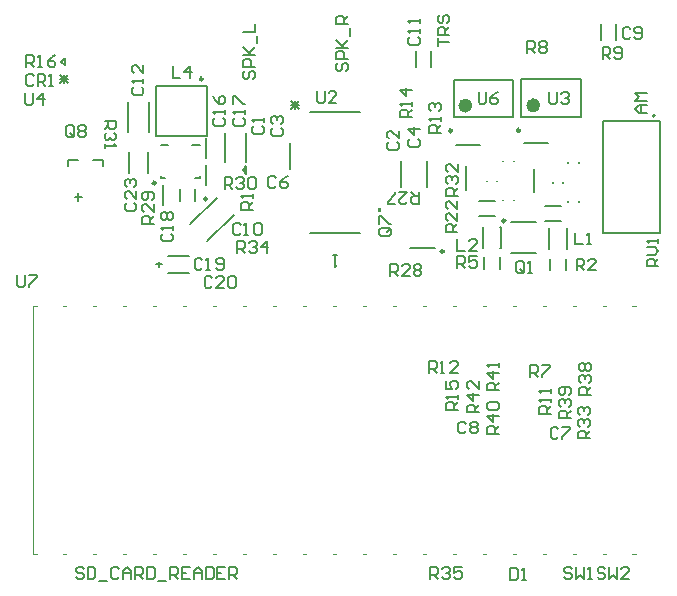
<source format=gbr>
%TF.GenerationSoftware,Altium Limited,Altium Designer,25.7.1 (20)*%
G04 Layer_Color=65535*
%FSLAX45Y45*%
%MOMM*%
%TF.SameCoordinates,3376FABF-9249-4748-A69B-BDD9C5401F70*%
%TF.FilePolarity,Positive*%
%TF.FileFunction,Legend,Top*%
%TF.Part,Single*%
G01*
G75*
%TA.AperFunction,NonConductor*%
%ADD72C,0.25400*%
%ADD73C,0.20000*%
%ADD74C,0.25000*%
%ADD75C,0.60000*%
%ADD76C,0.12000*%
%ADD77C,0.12700*%
%ADD78C,0.17000*%
%ADD79C,0.15240*%
G36*
X3385760Y3401550D02*
X3411160D01*
Y3363450D01*
X3385760D01*
Y3401550D01*
D02*
G37*
D72*
X1937700Y3475000D02*
G03*
X1937700Y3475000I-12700J0D01*
G01*
D73*
X5730000Y4180000D02*
G03*
X5730000Y4180000I-10000J0D01*
G01*
X2637500Y3730000D02*
Y3950000D01*
X4600499Y4167500D02*
X5100499D01*
X4600499Y4487500D02*
X5100499D01*
X4600499Y4167500D02*
Y4487500D01*
X5100499Y4167500D02*
Y4487500D01*
X4515000Y3282500D02*
X4725000D01*
X4515000Y3017500D02*
X4725000D01*
X1505000Y4005000D02*
X1935000D01*
X1505000D02*
Y4435000D01*
X1935000D01*
Y4005000D02*
Y4435000D01*
X1926376Y3594233D02*
Y3761480D01*
X1545000Y3655000D02*
Y3672500D01*
Y3927500D02*
Y3935000D01*
X1815000D02*
X1875000D01*
X1545000D02*
X1605000D01*
X1875000Y3655000D02*
Y3672500D01*
Y3927500D02*
Y3935000D01*
X1835000Y3655000D02*
X1875000D01*
X1545000D02*
X1585000D01*
X1927500Y3817500D02*
Y3992500D01*
X2270310Y3784690D02*
Y4035310D01*
X2089690Y3784690D02*
Y4035310D01*
X1833500Y3460000D02*
Y3560000D01*
X1706500Y3460000D02*
Y3560000D01*
X1566376Y3426376D02*
Y3593623D01*
X1450310Y4044690D02*
Y4295310D01*
X1269690Y4044690D02*
Y4295310D01*
X1442500Y3697500D02*
Y3872500D01*
X1276900Y3698300D02*
Y3873300D01*
X1605000Y2847500D02*
X1785000D01*
X1605000Y2992500D02*
X1785000D01*
X1505000Y2920000D02*
X1555000D01*
X1530000Y2895000D02*
Y2945000D01*
X4865499Y3610000D02*
Y3615000D01*
X4955499Y3610000D02*
Y3615000D01*
X4126499Y3550223D02*
Y3751436D01*
X4242999Y3326500D02*
X4376999D01*
X4242999Y3453500D02*
X4376999D01*
X4304999Y3622500D02*
Y3627500D01*
X4394999Y3622500D02*
Y3627500D01*
X4534999Y3462500D02*
Y3467500D01*
X4444999Y3462500D02*
Y3467500D01*
X5085499Y3450000D02*
Y3455000D01*
X4995500Y3450000D02*
Y3455000D01*
X4802999Y3286500D02*
X4936999D01*
X4802999Y3413500D02*
X4936999D01*
X4704999Y3529393D02*
Y3730607D01*
X5085499Y3780000D02*
Y3785000D01*
X4995500Y3780000D02*
Y3785000D01*
X4619892Y3952500D02*
X4821106D01*
X4534999Y3792500D02*
Y3797500D01*
X4444999Y3792500D02*
Y3797500D01*
X4047063Y3935000D02*
X4248276D01*
X4832499Y3052500D02*
X4837499D01*
X4982499D02*
X4987499D01*
Y3227500D01*
X4832499D02*
X4837499D01*
X4982499D02*
X4987499D01*
X4832499Y3052500D02*
Y3227500D01*
X4842499Y2870000D02*
Y2970000D01*
X4977499Y2870000D02*
Y2970000D01*
X4282499Y2880000D02*
Y2980000D01*
X4417499Y2880000D02*
Y2980000D01*
X4272499Y3062500D02*
X4277499D01*
X4422499D02*
X4427499D01*
Y3237500D01*
X4272499D02*
X4277499D01*
X4422499D02*
X4427499D01*
X4272499Y3062500D02*
Y3237500D01*
X3655092Y3057500D02*
X3865092D01*
X3798267Y3579467D02*
Y3799467D01*
X3582500Y3580000D02*
Y3800000D01*
X5276499Y4823000D02*
Y4957000D01*
X5403499Y4823000D02*
Y4957000D01*
X4024999Y4165001D02*
X4524999D01*
X4024999Y4485001D02*
X4524999D01*
X4024999Y4165001D02*
Y4485001D01*
X4524999Y4165001D02*
Y4485001D01*
X3833500Y4593000D02*
Y4727000D01*
X3706500Y4593000D02*
Y4727000D01*
X1055000Y3752765D02*
Y3805000D01*
X765000D02*
X843158D01*
X976842D02*
X1055000D01*
X765000Y3752765D02*
Y3805000D01*
D74*
X4587499Y4055000D02*
G03*
X4587499Y4055000I-12500J0D01*
G01*
X4462500Y3290000D02*
G03*
X4462500Y3290000I-12500J0D01*
G01*
X1902500Y4490000D02*
G03*
X1902500Y4490000I-12500J0D01*
G01*
X1502500Y3610000D02*
G03*
X1502500Y3610000I-12500J0D01*
G01*
X3942500Y3030000D02*
G03*
X3942500Y3030000I-12500J0D01*
G01*
X4011999Y4052501D02*
G03*
X4011999Y4052501I-12500J0D01*
G01*
D75*
X4730499Y4267500D02*
G03*
X4730499Y4267500I-30000J0D01*
G01*
X4154999Y4265001D02*
G03*
X4154999Y4265001I-30000J0D01*
G01*
D76*
X722500Y471000D02*
X747500D01*
X5294500Y2571000D02*
X5319500D01*
X3008500Y471000D02*
X3033500D01*
X722500Y2571000D02*
X747500D01*
X5294500Y471000D02*
X5319500D01*
X1992500Y2571000D02*
X2017500D01*
X4786500D02*
X4811500D01*
X2246500D02*
X2271500D01*
X2246500Y471000D02*
X2271500D01*
X3516500D02*
X3541500D01*
X1230500D02*
X1255500D01*
X976500Y2571000D02*
X1001500D01*
X4532500Y471000D02*
X4557500D01*
X1484500D02*
X1509500D01*
X4278500D02*
X4303500D01*
X5040500Y2571000D02*
X5065500D01*
X1738500Y471000D02*
X1763500D01*
X1992500D02*
X2017500D01*
X2500500D02*
X2525500D01*
X4786500D02*
X4811500D01*
X3262500Y2571000D02*
X3287500D01*
X4024500Y471000D02*
X4049500D01*
X1738500Y2571000D02*
X1763500D01*
X4024500D02*
X4049500D01*
X3262500Y471000D02*
X3287500D01*
X1230500Y2571000D02*
X1255500D01*
X3008500D02*
X3033500D01*
X4532500D02*
X4557500D01*
X2754500D02*
X2779500D01*
X3770500Y471000D02*
X3795500D01*
X3516500Y2571000D02*
X3541500D01*
X3770500D02*
X3795500D01*
X2500500D02*
X2525500D01*
X5040500Y471000D02*
X5065500D01*
X976500D02*
X1001500D01*
X2754500D02*
X2779500D01*
X4278500Y2571000D02*
X4303500D01*
X1484500D02*
X1509500D01*
X467000D02*
X497000D01*
X467000Y471000D02*
X497000D01*
X5537000D02*
X5567000D01*
X467000D02*
Y2571000D01*
X5537000D02*
X5567000D01*
D77*
X5289000Y3183500D02*
Y4136500D01*
Y3183500D02*
X5772000D01*
Y4136500D01*
X5289000D02*
X5772000D01*
D78*
X705000Y4635000D02*
X735000Y4605000D01*
Y4665000D01*
X705000Y4635000D02*
X735000Y4665000D01*
X2270000Y3690000D02*
Y3750000D01*
X2240000Y3720000D02*
X2270000Y3750000D01*
X2240000Y3720000D02*
X2270000Y3690000D01*
X2191710Y3015016D02*
Y3114984D01*
X2241694D01*
X2258355Y3098322D01*
Y3065000D01*
X2241694Y3048339D01*
X2191710D01*
X2225032D02*
X2258355Y3015016D01*
X2291677Y3098322D02*
X2308339Y3114984D01*
X2341661D01*
X2358322Y3098322D01*
Y3081661D01*
X2341661Y3065000D01*
X2325000D01*
X2341661D01*
X2358322Y3048339D01*
Y3031677D01*
X2341661Y3015016D01*
X2308339D01*
X2291677Y3031677D01*
X2441629Y3015016D02*
Y3114984D01*
X2391645Y3065000D01*
X2458290D01*
X5659983Y4204194D02*
X5593338D01*
X5560016Y4237516D01*
X5593338Y4270839D01*
X5659983D01*
X5609999D01*
Y4204194D01*
X5659983Y4304161D02*
X5560016D01*
X5593338Y4337484D01*
X5560016Y4370806D01*
X5659983D01*
X5759984Y2903371D02*
X5660016D01*
Y2953355D01*
X5676677Y2970016D01*
X5710000D01*
X5726661Y2953355D01*
Y2903371D01*
Y2936694D02*
X5759984Y2970016D01*
X5660016Y3003339D02*
X5726661D01*
X5759984Y3036661D01*
X5726661Y3069984D01*
X5660016D01*
X5759984Y3103307D02*
Y3136629D01*
Y3119968D01*
X5660016D01*
X5676677Y3103307D01*
X697000Y4523645D02*
X763645Y4457000D01*
X697000D02*
X763645Y4523645D01*
X697000Y4490322D02*
X763645D01*
X730322Y4457000D02*
Y4523645D01*
X2496677Y4073338D02*
X2480016Y4056677D01*
Y4023355D01*
X2496677Y4006693D01*
X2563322D01*
X2579984Y4023355D01*
Y4056677D01*
X2563322Y4073338D01*
X2496677Y4106661D02*
X2480016Y4123322D01*
Y4156645D01*
X2496677Y4173306D01*
X2513339D01*
X2530000Y4156645D01*
Y4139984D01*
Y4156645D01*
X2546661Y4173306D01*
X2563322D01*
X2579984Y4156645D01*
Y4123322D01*
X2563322Y4106661D01*
X3041661Y2999984D02*
X3008339D01*
X3025000D01*
Y2900016D01*
X3041661Y2916677D01*
X330200Y2827928D02*
Y2744621D01*
X346861Y2727960D01*
X380184D01*
X396845Y2744621D01*
Y2827928D01*
X430168D02*
X496813D01*
Y2811266D01*
X430168Y2744621D01*
Y2727960D01*
X4836694Y4379984D02*
Y4296677D01*
X4853355Y4280016D01*
X4886678D01*
X4903339Y4296677D01*
Y4379984D01*
X4936661Y4363322D02*
X4953323Y4379984D01*
X4986645D01*
X5003306Y4363322D01*
Y4346661D01*
X4986645Y4330000D01*
X4969984D01*
X4986645D01*
X5003306Y4313339D01*
Y4296677D01*
X4986645Y4280016D01*
X4953323D01*
X4936661Y4296677D01*
X4620000Y2866678D02*
Y2933323D01*
X4603339Y2949984D01*
X4570016D01*
X4553355Y2933323D01*
Y2866678D01*
X4570016Y2850016D01*
X4603339D01*
X4586677Y2883339D02*
X4620000Y2850016D01*
X4603339D02*
X4620000Y2866678D01*
X4653323Y2850016D02*
X4686645D01*
X4669984D01*
Y2949984D01*
X4653323Y2933323D01*
X3826710Y260016D02*
Y359984D01*
X3876694D01*
X3893355Y343322D01*
Y310000D01*
X3876694Y293339D01*
X3826710D01*
X3860032D02*
X3893355Y260016D01*
X3926677Y343322D02*
X3943339Y359984D01*
X3976661D01*
X3993322Y343322D01*
Y326661D01*
X3976661Y310000D01*
X3960000D01*
X3976661D01*
X3993322Y293339D01*
Y276677D01*
X3976661Y260016D01*
X3943339D01*
X3926677Y276677D01*
X4093290Y359984D02*
X4026645D01*
Y310000D01*
X4059968Y326661D01*
X4076629D01*
X4093290Y310000D01*
Y276677D01*
X4076629Y260016D01*
X4043307D01*
X4026645Y276677D01*
X5310855Y338322D02*
X5294194Y354984D01*
X5260871D01*
X5244210Y338322D01*
Y321661D01*
X5260871Y305000D01*
X5294194D01*
X5310855Y288339D01*
Y271677D01*
X5294194Y255016D01*
X5260871D01*
X5244210Y271677D01*
X5344178Y354984D02*
Y255016D01*
X5377500Y288339D01*
X5410823Y255016D01*
Y354984D01*
X5510790Y255016D02*
X5444145D01*
X5510790Y321661D01*
Y338322D01*
X5494129Y354984D01*
X5460807D01*
X5444145Y338322D01*
X5030016D02*
X5013355Y354984D01*
X4980032D01*
X4963371Y338322D01*
Y321661D01*
X4980032Y305000D01*
X5013355D01*
X5030016Y288339D01*
Y271677D01*
X5013355Y255016D01*
X4980032D01*
X4963371Y271677D01*
X5063339Y354984D02*
Y255016D01*
X5096661Y288339D01*
X5129984Y255016D01*
Y354984D01*
X5163307Y255016D02*
X5196629D01*
X5179968D01*
Y354984D01*
X5163307Y338322D01*
X893532Y341653D02*
X876871Y358314D01*
X843548D01*
X826887Y341653D01*
Y324992D01*
X843548Y308331D01*
X876871D01*
X893532Y291669D01*
Y275008D01*
X876871Y258347D01*
X843548D01*
X826887Y275008D01*
X926855Y358314D02*
Y258347D01*
X976839D01*
X993500Y275008D01*
Y341653D01*
X976839Y358314D01*
X926855D01*
X1026822Y241685D02*
X1093467D01*
X1193435Y341653D02*
X1176774Y358314D01*
X1143452D01*
X1126790Y341653D01*
Y275008D01*
X1143452Y258347D01*
X1176774D01*
X1193435Y275008D01*
X1226758Y258347D02*
Y324992D01*
X1260081Y358314D01*
X1293403Y324992D01*
Y258347D01*
Y308331D01*
X1226758D01*
X1326726Y258347D02*
Y358314D01*
X1376710D01*
X1393371Y341653D01*
Y308331D01*
X1376710Y291669D01*
X1326726D01*
X1360048D02*
X1393371Y258347D01*
X1426694Y358314D02*
Y258347D01*
X1476678D01*
X1493339Y275008D01*
Y341653D01*
X1476678Y358314D01*
X1426694D01*
X1526661Y241685D02*
X1593306D01*
X1626629Y258347D02*
Y358314D01*
X1676613D01*
X1693274Y341653D01*
Y308331D01*
X1676613Y291669D01*
X1626629D01*
X1659952D02*
X1693274Y258347D01*
X1793242Y358314D02*
X1726597D01*
Y258347D01*
X1793242D01*
X1726597Y308331D02*
X1759920D01*
X1826565Y258347D02*
Y324992D01*
X1859887Y358314D01*
X1893210Y324992D01*
Y258347D01*
Y308331D01*
X1826565D01*
X1926533Y358314D02*
Y258347D01*
X1976516D01*
X1993178Y275008D01*
Y341653D01*
X1976516Y358314D01*
X1926533D01*
X2093145D02*
X2026500D01*
Y258347D01*
X2093145D01*
X2026500Y308331D02*
X2059823D01*
X2126468Y258347D02*
Y358314D01*
X2176452D01*
X2193113Y341653D01*
Y308331D01*
X2176452Y291669D01*
X2126468D01*
X2159791D02*
X2193113Y258347D01*
X3890016Y4766710D02*
Y4833355D01*
Y4800032D01*
X3989984D01*
Y4866678D02*
X3890016D01*
Y4916661D01*
X3906677Y4933323D01*
X3940000D01*
X3956661Y4916661D01*
Y4866678D01*
Y4900000D02*
X3989984Y4933323D01*
X3906677Y5033290D02*
X3890016Y5016629D01*
Y4983307D01*
X3906677Y4966645D01*
X3923339D01*
X3940000Y4983307D01*
Y5016629D01*
X3956661Y5033290D01*
X3973323D01*
X3989984Y5016629D01*
Y4983307D01*
X3973323Y4966645D01*
X1646694Y4599984D02*
Y4500016D01*
X1713339D01*
X1796645D02*
Y4599984D01*
X1746661Y4550000D01*
X1813307D01*
X2086710Y3560016D02*
Y3659984D01*
X2136693D01*
X2153355Y3643322D01*
Y3610000D01*
X2136693Y3593339D01*
X2086710D01*
X2120032D02*
X2153355Y3560016D01*
X2186677Y3643322D02*
X2203339Y3659984D01*
X2236661D01*
X2253322Y3643322D01*
Y3626661D01*
X2236661Y3610000D01*
X2220000D01*
X2236661D01*
X2253322Y3593339D01*
Y3576677D01*
X2236661Y3560016D01*
X2203339D01*
X2186677Y3576677D01*
X2286645Y3643322D02*
X2303307Y3659984D01*
X2336629D01*
X2353290Y3643322D01*
Y3576677D01*
X2336629Y3560016D01*
X2303307D01*
X2286645Y3576677D01*
Y3643322D01*
X396694Y4369984D02*
Y4286677D01*
X413355Y4270016D01*
X446678D01*
X463339Y4286677D01*
Y4369984D01*
X546645Y4270016D02*
Y4369984D01*
X496661Y4320000D01*
X563306D01*
X2523339Y3653323D02*
X2506677Y3669984D01*
X2473355D01*
X2456694Y3653323D01*
Y3586678D01*
X2473355Y3570016D01*
X2506677D01*
X2523339Y3586678D01*
X2623306Y3669984D02*
X2589984Y3653323D01*
X2556661Y3620000D01*
Y3586678D01*
X2573323Y3570016D01*
X2606645D01*
X2623306Y3586678D01*
Y3603339D01*
X2606645Y3620000D01*
X2556661D01*
X2336678Y4090000D02*
X2320016Y4073339D01*
Y4040016D01*
X2336678Y4023355D01*
X2403323D01*
X2419984Y4040016D01*
Y4073339D01*
X2403323Y4090000D01*
X2419984Y4123323D02*
Y4156645D01*
Y4139984D01*
X2320016D01*
X2336678Y4123323D01*
X2006677Y4161685D02*
X1990016Y4145024D01*
Y4111701D01*
X2006677Y4095040D01*
X2073322D01*
X2089984Y4111701D01*
Y4145024D01*
X2073322Y4161685D01*
X2089984Y4195008D02*
Y4228330D01*
Y4211669D01*
X1990016D01*
X2006677Y4195008D01*
X1990016Y4344959D02*
X2006677Y4311637D01*
X2040000Y4278314D01*
X2073322D01*
X2089984Y4294976D01*
Y4328298D01*
X2073322Y4344959D01*
X2056661D01*
X2040000Y4328298D01*
Y4278314D01*
X2176677Y4161685D02*
X2160016Y4145024D01*
Y4111702D01*
X2176677Y4095040D01*
X2243322D01*
X2259984Y4111702D01*
Y4145024D01*
X2243322Y4161685D01*
X2259984Y4195008D02*
Y4228331D01*
Y4211670D01*
X2160016D01*
X2176677Y4195008D01*
X2160016Y4278315D02*
Y4344960D01*
X2176677D01*
X2243322Y4278315D01*
X2259984D01*
X405040Y4590016D02*
Y4689984D01*
X455024D01*
X471685Y4673323D01*
Y4640000D01*
X455024Y4623339D01*
X405040D01*
X438363D02*
X471685Y4590016D01*
X505008D02*
X538331D01*
X521670D01*
Y4689984D01*
X505008Y4673323D01*
X654960Y4689984D02*
X621637Y4673323D01*
X588315Y4640000D01*
Y4606678D01*
X604976Y4590016D01*
X638298D01*
X654960Y4606678D01*
Y4623339D01*
X638298Y4640000D01*
X588315D01*
X2221685Y3253322D02*
X2205024Y3269984D01*
X2171702D01*
X2155040Y3253322D01*
Y3186677D01*
X2171702Y3170016D01*
X2205024D01*
X2221685Y3186677D01*
X2255008Y3170016D02*
X2288331D01*
X2271670D01*
Y3269984D01*
X2255008Y3253322D01*
X2338315D02*
X2354976Y3269984D01*
X2388298D01*
X2404960Y3253322D01*
Y3186677D01*
X2388298Y3170016D01*
X2354976D01*
X2338315Y3186677D01*
Y3253322D01*
X2324984Y3383355D02*
X2225016D01*
Y3433339D01*
X2241678Y3450000D01*
X2275000D01*
X2291661Y3433339D01*
Y3383355D01*
Y3416677D02*
X2324984Y3450000D01*
Y3483323D02*
Y3516645D01*
Y3499984D01*
X2225016D01*
X2241678Y3483323D01*
X1566677Y3181686D02*
X1550016Y3165025D01*
Y3131702D01*
X1566677Y3115041D01*
X1633322D01*
X1649984Y3131702D01*
Y3165025D01*
X1633322Y3181686D01*
X1649984Y3215009D02*
Y3248331D01*
Y3231670D01*
X1550016D01*
X1566677Y3215009D01*
Y3298315D02*
X1550016Y3314976D01*
Y3348299D01*
X1566677Y3364960D01*
X1583339D01*
X1600000Y3348299D01*
X1616661Y3364960D01*
X1633322D01*
X1649984Y3348299D01*
Y3314976D01*
X1633322Y3298315D01*
X1616661D01*
X1600000Y3314976D01*
X1583339Y3298315D01*
X1566677D01*
X1600000Y3314976D02*
Y3348299D01*
X1489984Y3266710D02*
X1390016D01*
Y3316694D01*
X1406677Y3333355D01*
X1440000D01*
X1456661Y3316694D01*
Y3266710D01*
Y3300032D02*
X1489984Y3333355D01*
Y3433323D02*
Y3366678D01*
X1423339Y3433323D01*
X1406677D01*
X1390016Y3416661D01*
Y3383339D01*
X1406677Y3366678D01*
X1473322Y3466645D02*
X1489984Y3483307D01*
Y3516629D01*
X1473322Y3533290D01*
X1406677D01*
X1390016Y3516629D01*
Y3483307D01*
X1406677Y3466645D01*
X1423339D01*
X1440000Y3483307D01*
Y3533290D01*
X1316678Y4421685D02*
X1300016Y4405024D01*
Y4371702D01*
X1316678Y4355040D01*
X1383323D01*
X1399984Y4371702D01*
Y4405024D01*
X1383323Y4421685D01*
X1399984Y4455008D02*
Y4488331D01*
Y4471669D01*
X1300016D01*
X1316678Y4455008D01*
X1399984Y4604960D02*
Y4538315D01*
X1333339Y4604960D01*
X1316678D01*
X1300016Y4588298D01*
Y4554976D01*
X1316678Y4538315D01*
X1256677Y3443355D02*
X1240016Y3426694D01*
Y3393371D01*
X1256677Y3376710D01*
X1323322D01*
X1339983Y3393371D01*
Y3426694D01*
X1323322Y3443355D01*
X1339983Y3543323D02*
Y3476678D01*
X1273338Y3543323D01*
X1256677D01*
X1240016Y3526661D01*
Y3493339D01*
X1256677Y3476678D01*
Y3576645D02*
X1240016Y3593307D01*
Y3626629D01*
X1256677Y3643290D01*
X1273338D01*
X1289999Y3626629D01*
Y3609968D01*
Y3626629D01*
X1306661Y3643290D01*
X1323322D01*
X1339983Y3626629D01*
Y3593307D01*
X1323322Y3576645D01*
X470016Y4513322D02*
X453355Y4529984D01*
X420032D01*
X403371Y4513322D01*
Y4446677D01*
X420032Y4430016D01*
X453355D01*
X470016Y4446677D01*
X503339Y4430016D02*
Y4529984D01*
X553323D01*
X569984Y4513322D01*
Y4480000D01*
X553323Y4463339D01*
X503339D01*
X536661D02*
X569984Y4430016D01*
X603307D02*
X636629D01*
X619968D01*
Y4529984D01*
X603307Y4513322D01*
X1899185Y2958323D02*
X1882524Y2974984D01*
X1849202D01*
X1832540Y2958323D01*
Y2891677D01*
X1849202Y2875016D01*
X1882524D01*
X1899185Y2891677D01*
X1932508Y2875016D02*
X1965831D01*
X1949170D01*
Y2974984D01*
X1932508Y2958323D01*
X2015815Y2891677D02*
X2032476Y2875016D01*
X2065799D01*
X2082460Y2891677D01*
Y2958323D01*
X2065799Y2974984D01*
X2032476D01*
X2015815Y2958323D01*
Y2941661D01*
X2032476Y2925000D01*
X2082460D01*
X1983355Y2803323D02*
X1966694Y2819984D01*
X1933371D01*
X1916710Y2803323D01*
Y2736678D01*
X1933371Y2720016D01*
X1966694D01*
X1983355Y2736678D01*
X2083322Y2720016D02*
X2016677D01*
X2083322Y2786661D01*
Y2803323D01*
X2066661Y2819984D01*
X2033339D01*
X2016677Y2803323D01*
X2116645D02*
X2133307Y2819984D01*
X2166629D01*
X2183290Y2803323D01*
Y2736678D01*
X2166629Y2720016D01*
X2133307D01*
X2116645Y2736678D01*
Y2803323D01*
X5019984Y1616710D02*
X4920016D01*
Y1666694D01*
X4936677Y1683355D01*
X4970000D01*
X4986661Y1666694D01*
Y1616710D01*
Y1650033D02*
X5019984Y1683355D01*
X4936677Y1716678D02*
X4920016Y1733339D01*
Y1766662D01*
X4936677Y1783323D01*
X4953339D01*
X4970000Y1766662D01*
Y1750000D01*
Y1766662D01*
X4986661Y1783323D01*
X5003322D01*
X5019984Y1766662D01*
Y1733339D01*
X5003322Y1716678D01*
Y1816646D02*
X5019984Y1833307D01*
Y1866629D01*
X5003322Y1883291D01*
X4936677D01*
X4920016Y1866629D01*
Y1833307D01*
X4936677Y1816646D01*
X4953339D01*
X4970000Y1833307D01*
Y1883291D01*
X4059983Y1685040D02*
X3960016D01*
Y1735024D01*
X3976677Y1751685D01*
X4010000D01*
X4026661Y1735024D01*
Y1685040D01*
Y1718363D02*
X4059983Y1751685D01*
Y1785008D02*
Y1818331D01*
Y1801669D01*
X3960016D01*
X3976677Y1785008D01*
X3960016Y1934960D02*
Y1868315D01*
X4010000D01*
X3993338Y1901637D01*
Y1918298D01*
X4010000Y1934960D01*
X4043322D01*
X4059983Y1918298D01*
Y1884976D01*
X4043322Y1868315D01*
X4133339Y1573322D02*
X4116678Y1589984D01*
X4083355D01*
X4066694Y1573322D01*
Y1506677D01*
X4083355Y1490016D01*
X4116678D01*
X4133339Y1506677D01*
X4166661Y1573322D02*
X4183323Y1589984D01*
X4216645D01*
X4233306Y1573322D01*
Y1556661D01*
X4216645Y1540000D01*
X4233306Y1523339D01*
Y1506677D01*
X4216645Y1490016D01*
X4183323D01*
X4166661Y1506677D01*
Y1523339D01*
X4183323Y1540000D01*
X4166661Y1556661D01*
Y1573322D01*
X4183323Y1540000D02*
X4216645D01*
X4239984Y1666710D02*
X4140016D01*
Y1716694D01*
X4156677Y1733355D01*
X4190000D01*
X4206661Y1716694D01*
Y1666710D01*
Y1700032D02*
X4239984Y1733355D01*
Y1816662D02*
X4140016D01*
X4190000Y1766678D01*
Y1833323D01*
X4239984Y1933291D02*
Y1866645D01*
X4173339Y1933291D01*
X4156677D01*
X4140016Y1916629D01*
Y1883307D01*
X4156677Y1866645D01*
X4409984Y1486709D02*
X4310016D01*
Y1536693D01*
X4326677Y1553355D01*
X4360000D01*
X4376661Y1536693D01*
Y1486709D01*
Y1520032D02*
X4409984Y1553355D01*
Y1636661D02*
X4310016D01*
X4360000Y1586677D01*
Y1653322D01*
X4326677Y1686645D02*
X4310016Y1703306D01*
Y1736629D01*
X4326677Y1753290D01*
X4393322D01*
X4409984Y1736629D01*
Y1703306D01*
X4393322Y1686645D01*
X4326677D01*
X5179983Y1446710D02*
X5080015D01*
Y1496693D01*
X5096677Y1513355D01*
X5129999D01*
X5146661Y1496693D01*
Y1446710D01*
Y1480032D02*
X5179983Y1513355D01*
X5096677Y1546677D02*
X5080015Y1563339D01*
Y1596661D01*
X5096677Y1613322D01*
X5113338D01*
X5129999Y1596661D01*
Y1580000D01*
Y1596661D01*
X5146661Y1613322D01*
X5163322D01*
X5179983Y1596661D01*
Y1563339D01*
X5163322Y1546677D01*
X5096677Y1646645D02*
X5080015Y1663307D01*
Y1696629D01*
X5096677Y1713290D01*
X5113338D01*
X5129999Y1696629D01*
Y1679968D01*
Y1696629D01*
X5146661Y1713290D01*
X5163322D01*
X5179983Y1696629D01*
Y1663307D01*
X5163322Y1646645D01*
X4913339Y1523323D02*
X4896678Y1539984D01*
X4863355D01*
X4846694Y1523323D01*
Y1456678D01*
X4863355Y1440016D01*
X4896678D01*
X4913339Y1456678D01*
X4946661Y1539984D02*
X5013306D01*
Y1523323D01*
X4946661Y1456678D01*
Y1440016D01*
X4849984Y1651702D02*
X4750016D01*
Y1701686D01*
X4766678Y1718347D01*
X4800000D01*
X4816661Y1701686D01*
Y1651702D01*
Y1685024D02*
X4849984Y1718347D01*
Y1751670D02*
Y1784992D01*
Y1768331D01*
X4750016D01*
X4766678Y1751670D01*
X4849984Y1834976D02*
Y1868299D01*
Y1851637D01*
X4750016D01*
X4766678Y1834976D01*
X5189984Y1816709D02*
X5090016D01*
Y1866693D01*
X5106677Y1883354D01*
X5140000D01*
X5156661Y1866693D01*
Y1816709D01*
Y1850032D02*
X5189984Y1883354D01*
X5106677Y1916677D02*
X5090016Y1933339D01*
Y1966661D01*
X5106677Y1983322D01*
X5123338D01*
X5140000Y1966661D01*
Y1950000D01*
Y1966661D01*
X5156661Y1983322D01*
X5173322D01*
X5189984Y1966661D01*
Y1933339D01*
X5173322Y1916677D01*
X5106677Y2016645D02*
X5090016Y2033306D01*
Y2066629D01*
X5106677Y2083290D01*
X5123338D01*
X5140000Y2066629D01*
X5156661Y2083290D01*
X5173322D01*
X5189984Y2066629D01*
Y2033306D01*
X5173322Y2016645D01*
X5156661D01*
X5140000Y2033306D01*
X5123338Y2016645D01*
X5106677D01*
X5140000Y2033306D02*
Y2066629D01*
X4676693Y1970016D02*
Y2069984D01*
X4726677D01*
X4743338Y2053323D01*
Y2020000D01*
X4726677Y2003339D01*
X4676693D01*
X4710016D02*
X4743338Y1970016D01*
X4776661Y2069984D02*
X4843306D01*
Y2053323D01*
X4776661Y1986678D01*
Y1970016D01*
X4409984Y1853371D02*
X4310016D01*
Y1903355D01*
X4326677Y1920016D01*
X4360000D01*
X4376661Y1903355D01*
Y1853371D01*
Y1886694D02*
X4409984Y1920016D01*
Y2003323D02*
X4310016D01*
X4360000Y1953339D01*
Y2019984D01*
X4409984Y2053307D02*
Y2086629D01*
Y2069968D01*
X4310016D01*
X4326677Y2053307D01*
X3815040Y2000016D02*
Y2099984D01*
X3865024D01*
X3881685Y2083322D01*
Y2050000D01*
X3865024Y2033339D01*
X3815040D01*
X3848363D02*
X3881685Y2000016D01*
X3915008D02*
X3948331D01*
X3931670D01*
Y2099984D01*
X3915008Y2083322D01*
X4064960Y2000016D02*
X3998315D01*
X4064960Y2066661D01*
Y2083322D01*
X4048298Y2099984D01*
X4014976D01*
X3998315Y2083322D01*
X5053355Y3189984D02*
Y3090016D01*
X5120000D01*
X5153323D02*
X5186645D01*
X5169984D01*
Y3189984D01*
X5153323Y3173323D01*
X5066694Y2870016D02*
Y2969984D01*
X5116678D01*
X5133339Y2953323D01*
Y2920000D01*
X5116678Y2903339D01*
X5066694D01*
X5100016D02*
X5133339Y2870016D01*
X5233307D02*
X5166661D01*
X5233307Y2936661D01*
Y2953323D01*
X5216645Y2969984D01*
X5183323D01*
X5166661Y2953323D01*
X4056694Y2890016D02*
Y2989984D01*
X4106678D01*
X4123339Y2973322D01*
Y2940000D01*
X4106678Y2923339D01*
X4056694D01*
X4090016D02*
X4123339Y2890016D01*
X4223307Y2989984D02*
X4156661D01*
Y2940000D01*
X4189984Y2956661D01*
X4206645D01*
X4223307Y2940000D01*
Y2906677D01*
X4206645Y2890016D01*
X4173323D01*
X4156661Y2906677D01*
X4056694Y3134984D02*
Y3035016D01*
X4123339D01*
X4223307D02*
X4156661D01*
X4223307Y3101661D01*
Y3118322D01*
X4206645Y3134984D01*
X4173323D01*
X4156661Y3118322D01*
X2866694Y4389984D02*
Y4306677D01*
X2883355Y4290016D01*
X2916677D01*
X2933339Y4306677D01*
Y4389984D01*
X3033306Y4290016D02*
X2966661D01*
X3033306Y4356661D01*
Y4373322D01*
X3016645Y4389984D01*
X2983323D01*
X2966661Y4373322D01*
X2647500Y4305806D02*
X2714145Y4239161D01*
X2647500D02*
X2714145Y4305806D01*
X2647500Y4272484D02*
X2714145D01*
X2680822Y4239161D02*
Y4305806D01*
X3480822Y3228339D02*
X3414177D01*
X3397516Y3211678D01*
Y3178355D01*
X3414177Y3161694D01*
X3480822D01*
X3497484Y3178355D01*
Y3211678D01*
X3464161Y3195016D02*
X3497484Y3228339D01*
Y3211678D02*
X3480822Y3228339D01*
X3397516Y3261662D02*
Y3328307D01*
X3414177D01*
X3480822Y3261662D01*
X3497484D01*
X3733290Y3529984D02*
Y3430016D01*
X3683306D01*
X3666645Y3446677D01*
Y3480000D01*
X3683306Y3496661D01*
X3733290D01*
X3699967D02*
X3666645Y3529984D01*
X3566677D02*
X3633322D01*
X3566677Y3463339D01*
Y3446677D01*
X3583338Y3430016D01*
X3616661D01*
X3633322Y3446677D01*
X3533354Y3430016D02*
X3466709D01*
Y3446677D01*
X3533354Y3513322D01*
Y3529984D01*
X3486710Y2820016D02*
Y2919984D01*
X3536694D01*
X3553355Y2903323D01*
Y2870000D01*
X3536694Y2853339D01*
X3486710D01*
X3520032D02*
X3553355Y2820016D01*
X3653323D02*
X3586678D01*
X3653323Y2886661D01*
Y2903323D01*
X3636662Y2919984D01*
X3603339D01*
X3586678Y2903323D01*
X3686645D02*
X3703307Y2919984D01*
X3736629D01*
X3753290Y2903323D01*
Y2886661D01*
X3736629Y2870000D01*
X3753290Y2853339D01*
Y2836678D01*
X3736629Y2820016D01*
X3703307D01*
X3686645Y2836678D01*
Y2853339D01*
X3703307Y2870000D01*
X3686645Y2886661D01*
Y2903323D01*
X3703307Y2870000D02*
X3736629D01*
X4057484Y3191710D02*
X3957516D01*
Y3241694D01*
X3974177Y3258355D01*
X4007500D01*
X4024161Y3241694D01*
Y3191710D01*
Y3225032D02*
X4057484Y3258355D01*
Y3358322D02*
Y3291677D01*
X3990839Y3358322D01*
X3974177D01*
X3957516Y3341661D01*
Y3308339D01*
X3974177Y3291677D01*
X4057484Y3458290D02*
Y3391645D01*
X3990839Y3458290D01*
X3974177D01*
X3957516Y3441629D01*
Y3408307D01*
X3974177Y3391645D01*
X4059983Y3501710D02*
X3960016D01*
Y3551694D01*
X3976677Y3568355D01*
X4010000D01*
X4026661Y3551694D01*
Y3501710D01*
Y3535032D02*
X4059983Y3568355D01*
X3976677Y3601678D02*
X3960016Y3618339D01*
Y3651661D01*
X3976677Y3668323D01*
X3993338D01*
X4010000Y3651661D01*
Y3635000D01*
Y3651661D01*
X4026661Y3668323D01*
X4043322D01*
X4059983Y3651661D01*
Y3618339D01*
X4043322Y3601678D01*
X4059983Y3768290D02*
Y3701645D01*
X3993338Y3768290D01*
X3976677D01*
X3960016Y3751629D01*
Y3718307D01*
X3976677Y3701645D01*
X3476677Y3953339D02*
X3460016Y3936677D01*
Y3903355D01*
X3476677Y3886694D01*
X3543322D01*
X3559983Y3903355D01*
Y3936677D01*
X3543322Y3953339D01*
X3559983Y4053306D02*
Y3986661D01*
X3493338Y4053306D01*
X3476677D01*
X3460016Y4036645D01*
Y4003323D01*
X3476677Y3986661D01*
X3656677Y3983339D02*
X3640016Y3966678D01*
Y3933355D01*
X3656677Y3916694D01*
X3723322D01*
X3739984Y3933355D01*
Y3966678D01*
X3723322Y3983339D01*
X3739984Y4066645D02*
X3640016D01*
X3690000Y4016662D01*
Y4083307D01*
X3669984Y4165041D02*
X3570016D01*
Y4215025D01*
X3586677Y4231686D01*
X3620000D01*
X3636661Y4215025D01*
Y4165041D01*
Y4198363D02*
X3669984Y4231686D01*
Y4265008D02*
Y4298331D01*
Y4281670D01*
X3570016D01*
X3586677Y4265008D01*
X3669984Y4398299D02*
X3570016D01*
X3620000Y4348315D01*
Y4414960D01*
X3919984Y4035040D02*
X3820016D01*
Y4085024D01*
X3836677Y4101685D01*
X3870000D01*
X3886661Y4085024D01*
Y4035040D01*
Y4068363D02*
X3919984Y4101685D01*
Y4135008D02*
Y4168330D01*
Y4151669D01*
X3820016D01*
X3836677Y4135008D01*
Y4218314D02*
X3820016Y4234976D01*
Y4268298D01*
X3836677Y4284959D01*
X3853338D01*
X3870000Y4268298D01*
Y4251637D01*
Y4268298D01*
X3886661Y4284959D01*
X3903322D01*
X3919984Y4268298D01*
Y4234976D01*
X3903322Y4218314D01*
X4646694Y4710016D02*
Y4809984D01*
X4696677D01*
X4713339Y4793322D01*
Y4760000D01*
X4696677Y4743338D01*
X4646694D01*
X4680016D02*
X4713339Y4710016D01*
X4746661Y4793322D02*
X4763323Y4809984D01*
X4796645D01*
X4813306Y4793322D01*
Y4776661D01*
X4796645Y4760000D01*
X4813306Y4743338D01*
Y4726677D01*
X4796645Y4710016D01*
X4763323D01*
X4746661Y4726677D01*
Y4743338D01*
X4763323Y4760000D01*
X4746661Y4776661D01*
Y4793322D01*
X4763323Y4760000D02*
X4796645D01*
X5286694Y4660016D02*
Y4759984D01*
X5336677D01*
X5353339Y4743322D01*
Y4710000D01*
X5336677Y4693339D01*
X5286694D01*
X5320016D02*
X5353339Y4660016D01*
X5386661Y4676677D02*
X5403323Y4660016D01*
X5436645D01*
X5453306Y4676677D01*
Y4743322D01*
X5436645Y4759984D01*
X5403323D01*
X5386661Y4743322D01*
Y4726661D01*
X5403323Y4710000D01*
X5453306D01*
X5523339Y4913322D02*
X5506678Y4929984D01*
X5473355D01*
X5456694Y4913322D01*
Y4846677D01*
X5473355Y4830016D01*
X5506678D01*
X5523339Y4846677D01*
X5556661D02*
X5573323Y4830016D01*
X5606645D01*
X5623307Y4846677D01*
Y4913322D01*
X5606645Y4929984D01*
X5573323D01*
X5556661Y4913322D01*
Y4896661D01*
X5573323Y4880000D01*
X5623307D01*
X4236694Y4379984D02*
Y4296677D01*
X4253355Y4280016D01*
X4286677D01*
X4303339Y4296677D01*
Y4379984D01*
X4403306D02*
X4369984Y4363322D01*
X4336661Y4330000D01*
Y4296677D01*
X4353323Y4280016D01*
X4386645D01*
X4403306Y4296677D01*
Y4313339D01*
X4386645Y4330000D01*
X4336661D01*
X3656677Y4848347D02*
X3640016Y4831686D01*
Y4798363D01*
X3656677Y4781702D01*
X3723322D01*
X3739984Y4798363D01*
Y4831686D01*
X3723322Y4848347D01*
X3739984Y4881670D02*
Y4914992D01*
Y4898331D01*
X3640016D01*
X3656677Y4881670D01*
X3739984Y4964976D02*
Y4998299D01*
Y4981637D01*
X3640016D01*
X3656677Y4964976D01*
X2258346Y4558387D02*
X2241685Y4541726D01*
Y4508403D01*
X2258346Y4491742D01*
X2275008D01*
X2291669Y4508403D01*
Y4541726D01*
X2308330Y4558387D01*
X2324991D01*
X2341653Y4541726D01*
Y4508403D01*
X2324991Y4491742D01*
X2341653Y4591710D02*
X2241685D01*
Y4641694D01*
X2258346Y4658355D01*
X2291669D01*
X2308330Y4641694D01*
Y4591710D01*
X2241685Y4691677D02*
X2341653D01*
X2308330D01*
X2241685Y4758322D01*
X2291669Y4708339D01*
X2341653Y4758322D01*
X2358314Y4791645D02*
Y4858290D01*
X2241685Y4891613D02*
X2341653D01*
Y4958258D01*
X3048346Y4623387D02*
X3031685Y4606726D01*
Y4573403D01*
X3048346Y4556742D01*
X3065008D01*
X3081669Y4573403D01*
Y4606726D01*
X3098330Y4623387D01*
X3114991D01*
X3131653Y4606726D01*
Y4573403D01*
X3114991Y4556742D01*
X3131653Y4656710D02*
X3031685D01*
Y4706694D01*
X3048346Y4723355D01*
X3081669D01*
X3098330Y4706694D01*
Y4656710D01*
X3031685Y4756678D02*
X3131653D01*
X3098330D01*
X3031685Y4823323D01*
X3081669Y4773339D01*
X3131653Y4823323D01*
X3148314Y4856645D02*
Y4923290D01*
X3131653Y4956613D02*
X3031685D01*
Y5006597D01*
X3048346Y5023258D01*
X3081669D01*
X3098330Y5006597D01*
Y4956613D01*
Y4989936D02*
X3131653Y5023258D01*
X4503355Y352484D02*
Y252516D01*
X4553339D01*
X4570000Y269178D01*
Y335823D01*
X4553339Y352484D01*
X4503355D01*
X4603323Y252516D02*
X4636645D01*
X4619984D01*
Y352484D01*
X4603323Y335823D01*
X849677Y3457000D02*
Y3523645D01*
X816355Y3490322D02*
X883000D01*
X1070016Y4136629D02*
X1169984D01*
Y4086645D01*
X1153323Y4069984D01*
X1120000D01*
X1103339Y4086645D01*
Y4136629D01*
Y4103306D02*
X1070016Y4069984D01*
X1153323Y4036661D02*
X1169984Y4020000D01*
Y3986677D01*
X1153323Y3970016D01*
X1136661D01*
X1120000Y3986677D01*
Y4003338D01*
Y3986677D01*
X1103339Y3970016D01*
X1086678D01*
X1070016Y3986677D01*
Y4020000D01*
X1086678Y4036661D01*
X1070016Y3936693D02*
Y3903371D01*
Y3920032D01*
X1169984D01*
X1153323Y3936693D01*
X813405Y4019701D02*
Y4086346D01*
X796744Y4103008D01*
X763421D01*
X746760Y4086346D01*
Y4019701D01*
X763421Y4003040D01*
X796744D01*
X780083Y4036363D02*
X813405Y4003040D01*
X796744D02*
X813405Y4019701D01*
X846728Y4086346D02*
X863389Y4103008D01*
X896712D01*
X913373Y4086346D01*
Y4069685D01*
X896712Y4053024D01*
X913373Y4036363D01*
Y4019701D01*
X896712Y4003040D01*
X863389D01*
X846728Y4019701D01*
Y4036363D01*
X863389Y4053024D01*
X846728Y4069685D01*
Y4086346D01*
X863389Y4053024D02*
X896712D01*
D79*
X1941385Y3115905D02*
X2164095Y3338615D01*
X1795905Y3261385D02*
X2018615Y3484095D01*
X2807910Y3186920D02*
X3232090D01*
X2807910Y4213080D02*
X3232090D01*
%TF.MD5,d34d0ea0eb888abd592778b94e396b2d*%
M02*

</source>
